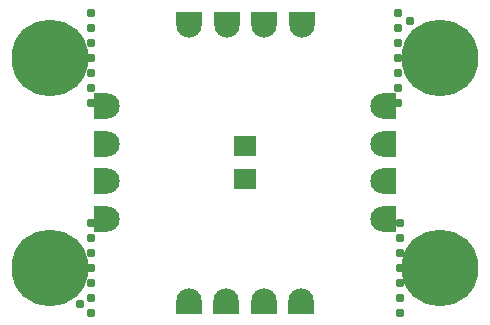
<source format=gbs>
G75*
%MOIN*%
%OFA0B0*%
%FSLAX25Y25*%
%IPPOS*%
%LPD*%
%AMOC8*
5,1,8,0,0,1.08239X$1,22.5*
%
%ADD10C,0.03100*%
%ADD11C,0.08474*%
%ADD12R,0.08500X0.04600*%
%ADD13C,0.25600*%
%ADD14R,0.07687X0.06899*%
%ADD15R,0.04600X0.08500*%
D10*
X0048080Y0246400D03*
X0044580Y0249150D03*
X0048080Y0251400D03*
X0048080Y0256400D03*
X0048080Y0261400D03*
X0048080Y0266400D03*
X0048080Y0271400D03*
X0048080Y0276400D03*
X0048080Y0316400D03*
X0048080Y0321400D03*
X0048080Y0326400D03*
X0048080Y0331400D03*
X0048080Y0336400D03*
X0048080Y0341400D03*
X0048080Y0346400D03*
X0150580Y0346400D03*
X0154580Y0343650D03*
X0150580Y0341400D03*
X0150580Y0336400D03*
X0150580Y0331400D03*
X0150580Y0326400D03*
X0150580Y0321400D03*
X0150580Y0316400D03*
X0151080Y0276400D03*
X0151080Y0271400D03*
X0151080Y0266400D03*
X0151080Y0261400D03*
X0151080Y0256400D03*
X0151080Y0251400D03*
X0151080Y0246400D03*
D11*
X0118280Y0250400D03*
X0105830Y0250400D03*
X0093330Y0250400D03*
X0080780Y0250400D03*
X0053580Y0277650D03*
X0053580Y0290150D03*
X0053580Y0302650D03*
X0053580Y0315150D03*
X0080830Y0342400D03*
X0093580Y0342400D03*
X0105830Y0342400D03*
X0118580Y0342400D03*
X0145580Y0315150D03*
X0145580Y0302650D03*
X0145580Y0290150D03*
X0145580Y0277650D03*
D12*
X0118280Y0248400D03*
X0105830Y0248400D03*
X0093330Y0248400D03*
X0080780Y0248400D03*
X0080830Y0344400D03*
X0093580Y0344400D03*
X0105830Y0344400D03*
X0118580Y0344400D03*
D13*
X0164580Y0331400D03*
X0164580Y0261400D03*
X0034580Y0261400D03*
X0034580Y0331400D03*
D14*
X0099580Y0301912D03*
X0099580Y0290888D03*
D15*
X0051580Y0290150D03*
X0051580Y0302650D03*
X0051580Y0315150D03*
X0051580Y0277650D03*
X0147580Y0277650D03*
X0147580Y0290150D03*
X0147580Y0302650D03*
X0147580Y0315150D03*
M02*

</source>
